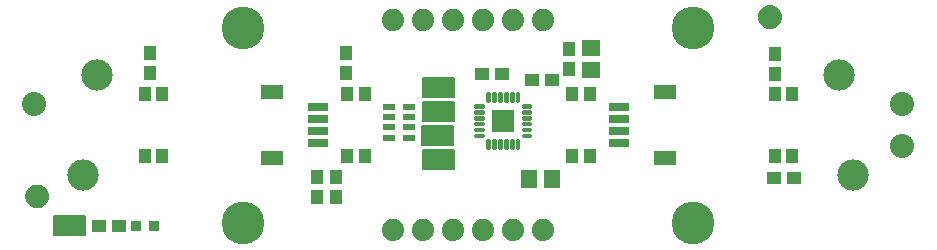
<source format=gbr>
G04 EAGLE Gerber RS-274X export*
G75*
%MOMM*%
%FSLAX34Y34*%
%LPD*%
%INSoldermask Top*%
%IPPOS*%
%AMOC8*
5,1,8,0,0,1.08239X$1,22.5*%
G01*
%ADD10R,1.001600X1.301600*%
%ADD11R,1.101600X1.176600*%
%ADD12R,1.341600X1.601600*%
%ADD13R,1.601600X1.341600*%
%ADD14R,1.176600X1.101600*%
%ADD15C,1.879600*%
%ADD16C,3.617600*%
%ADD17R,1.651600X0.701600*%
%ADD18R,1.901600X1.301600*%
%ADD19C,1.101600*%
%ADD20C,0.469900*%
%ADD21R,0.901600X0.901600*%
%ADD22C,2.651600*%
%ADD23C,2.032000*%
%ADD24C,0.240406*%
%ADD25R,1.879600X1.879600*%
%ADD26R,1.001600X0.551600*%

G36*
X-12582Y22876D02*
X-12582Y22876D01*
X-12463Y22883D01*
X-12425Y22896D01*
X-12384Y22901D01*
X-12274Y22944D01*
X-12161Y22981D01*
X-12126Y23003D01*
X-12089Y23018D01*
X-11993Y23088D01*
X-11892Y23151D01*
X-11864Y23181D01*
X-11831Y23204D01*
X-11756Y23296D01*
X-11674Y23383D01*
X-11654Y23418D01*
X-11629Y23449D01*
X-11578Y23557D01*
X-11520Y23661D01*
X-11510Y23701D01*
X-11493Y23737D01*
X-11471Y23854D01*
X-11441Y23969D01*
X-11437Y24030D01*
X-11433Y24050D01*
X-11435Y24070D01*
X-11431Y24130D01*
X-11431Y39370D01*
X-11446Y39488D01*
X-11453Y39607D01*
X-11466Y39645D01*
X-11471Y39686D01*
X-11514Y39796D01*
X-11551Y39909D01*
X-11573Y39944D01*
X-11588Y39981D01*
X-11658Y40077D01*
X-11721Y40178D01*
X-11751Y40206D01*
X-11774Y40239D01*
X-11866Y40315D01*
X-11953Y40396D01*
X-11988Y40416D01*
X-12019Y40441D01*
X-12127Y40492D01*
X-12231Y40550D01*
X-12271Y40560D01*
X-12307Y40577D01*
X-12424Y40599D01*
X-12539Y40629D01*
X-12600Y40633D01*
X-12620Y40637D01*
X-12640Y40635D01*
X-12700Y40639D01*
X-38100Y40639D01*
X-38218Y40624D01*
X-38337Y40617D01*
X-38375Y40604D01*
X-38416Y40599D01*
X-38526Y40556D01*
X-38639Y40519D01*
X-38674Y40497D01*
X-38711Y40482D01*
X-38807Y40413D01*
X-38908Y40349D01*
X-38936Y40319D01*
X-38969Y40296D01*
X-39045Y40204D01*
X-39126Y40117D01*
X-39146Y40082D01*
X-39171Y40051D01*
X-39222Y39943D01*
X-39280Y39839D01*
X-39290Y39799D01*
X-39307Y39763D01*
X-39329Y39646D01*
X-39359Y39531D01*
X-39363Y39471D01*
X-39367Y39451D01*
X-39366Y39444D01*
X-39367Y39442D01*
X-39366Y39426D01*
X-39369Y39370D01*
X-39369Y24130D01*
X-39354Y24012D01*
X-39347Y23893D01*
X-39334Y23855D01*
X-39329Y23814D01*
X-39286Y23704D01*
X-39249Y23591D01*
X-39227Y23556D01*
X-39212Y23519D01*
X-39143Y23423D01*
X-39079Y23322D01*
X-39049Y23294D01*
X-39026Y23261D01*
X-38934Y23186D01*
X-38847Y23104D01*
X-38812Y23084D01*
X-38781Y23059D01*
X-38673Y23008D01*
X-38569Y22950D01*
X-38529Y22940D01*
X-38493Y22923D01*
X-38376Y22901D01*
X-38261Y22871D01*
X-38201Y22867D01*
X-38181Y22863D01*
X-38160Y22865D01*
X-38100Y22861D01*
X-12700Y22861D01*
X-12582Y22876D01*
G37*
G36*
X-12582Y2556D02*
X-12582Y2556D01*
X-12463Y2563D01*
X-12425Y2576D01*
X-12384Y2581D01*
X-12274Y2624D01*
X-12161Y2661D01*
X-12126Y2683D01*
X-12089Y2698D01*
X-11993Y2768D01*
X-11892Y2831D01*
X-11864Y2861D01*
X-11831Y2884D01*
X-11756Y2976D01*
X-11674Y3063D01*
X-11654Y3098D01*
X-11629Y3129D01*
X-11578Y3237D01*
X-11520Y3341D01*
X-11510Y3381D01*
X-11493Y3417D01*
X-11471Y3534D01*
X-11441Y3649D01*
X-11437Y3710D01*
X-11433Y3730D01*
X-11435Y3750D01*
X-11431Y3810D01*
X-11431Y19050D01*
X-11446Y19168D01*
X-11453Y19287D01*
X-11466Y19325D01*
X-11471Y19366D01*
X-11514Y19476D01*
X-11551Y19589D01*
X-11573Y19624D01*
X-11588Y19661D01*
X-11658Y19757D01*
X-11721Y19858D01*
X-11751Y19886D01*
X-11774Y19919D01*
X-11866Y19995D01*
X-11953Y20076D01*
X-11988Y20096D01*
X-12019Y20121D01*
X-12127Y20172D01*
X-12231Y20230D01*
X-12271Y20240D01*
X-12307Y20257D01*
X-12424Y20279D01*
X-12539Y20309D01*
X-12600Y20313D01*
X-12620Y20317D01*
X-12640Y20315D01*
X-12700Y20319D01*
X-38100Y20319D01*
X-38218Y20304D01*
X-38337Y20297D01*
X-38375Y20284D01*
X-38416Y20279D01*
X-38526Y20236D01*
X-38639Y20199D01*
X-38674Y20177D01*
X-38711Y20162D01*
X-38807Y20093D01*
X-38908Y20029D01*
X-38936Y19999D01*
X-38969Y19976D01*
X-39045Y19884D01*
X-39126Y19797D01*
X-39146Y19762D01*
X-39171Y19731D01*
X-39222Y19623D01*
X-39280Y19519D01*
X-39290Y19479D01*
X-39307Y19443D01*
X-39329Y19326D01*
X-39359Y19211D01*
X-39363Y19151D01*
X-39367Y19131D01*
X-39366Y19124D01*
X-39367Y19122D01*
X-39366Y19106D01*
X-39369Y19050D01*
X-39369Y3810D01*
X-39354Y3692D01*
X-39347Y3573D01*
X-39334Y3535D01*
X-39329Y3494D01*
X-39286Y3384D01*
X-39249Y3271D01*
X-39227Y3236D01*
X-39212Y3199D01*
X-39143Y3103D01*
X-39079Y3002D01*
X-39049Y2974D01*
X-39026Y2941D01*
X-38934Y2866D01*
X-38847Y2784D01*
X-38812Y2764D01*
X-38781Y2739D01*
X-38673Y2688D01*
X-38569Y2630D01*
X-38529Y2620D01*
X-38493Y2603D01*
X-38376Y2581D01*
X-38261Y2551D01*
X-38201Y2547D01*
X-38181Y2543D01*
X-38160Y2545D01*
X-38100Y2541D01*
X-12700Y2541D01*
X-12582Y2556D01*
G37*
G36*
X-13217Y-17764D02*
X-13217Y-17764D01*
X-13098Y-17757D01*
X-13060Y-17744D01*
X-13019Y-17739D01*
X-12909Y-17696D01*
X-12796Y-17659D01*
X-12761Y-17637D01*
X-12724Y-17622D01*
X-12628Y-17553D01*
X-12527Y-17489D01*
X-12499Y-17459D01*
X-12466Y-17436D01*
X-12391Y-17344D01*
X-12309Y-17257D01*
X-12289Y-17222D01*
X-12264Y-17191D01*
X-12213Y-17083D01*
X-12155Y-16979D01*
X-12145Y-16939D01*
X-12128Y-16903D01*
X-12106Y-16786D01*
X-12076Y-16671D01*
X-12072Y-16611D01*
X-12068Y-16591D01*
X-12070Y-16570D01*
X-12066Y-16510D01*
X-12066Y-1270D01*
X-12081Y-1152D01*
X-12088Y-1033D01*
X-12101Y-995D01*
X-12106Y-954D01*
X-12149Y-844D01*
X-12186Y-731D01*
X-12208Y-696D01*
X-12223Y-659D01*
X-12293Y-563D01*
X-12356Y-462D01*
X-12386Y-434D01*
X-12409Y-401D01*
X-12501Y-326D01*
X-12588Y-244D01*
X-12623Y-224D01*
X-12654Y-199D01*
X-12762Y-148D01*
X-12866Y-90D01*
X-12906Y-80D01*
X-12942Y-63D01*
X-13059Y-41D01*
X-13174Y-11D01*
X-13235Y-7D01*
X-13255Y-3D01*
X-13275Y-5D01*
X-13335Y-1D01*
X-38735Y-1D01*
X-38853Y-16D01*
X-38972Y-23D01*
X-39010Y-36D01*
X-39051Y-41D01*
X-39161Y-84D01*
X-39274Y-121D01*
X-39309Y-143D01*
X-39346Y-158D01*
X-39442Y-228D01*
X-39543Y-291D01*
X-39571Y-321D01*
X-39604Y-344D01*
X-39680Y-436D01*
X-39761Y-523D01*
X-39781Y-558D01*
X-39806Y-589D01*
X-39857Y-697D01*
X-39915Y-801D01*
X-39925Y-841D01*
X-39942Y-877D01*
X-39964Y-994D01*
X-39994Y-1109D01*
X-39998Y-1170D01*
X-40002Y-1190D01*
X-40001Y-1196D01*
X-40002Y-1199D01*
X-40001Y-1214D01*
X-40004Y-1270D01*
X-40004Y-16510D01*
X-39989Y-16628D01*
X-39982Y-16747D01*
X-39969Y-16785D01*
X-39964Y-16826D01*
X-39921Y-16936D01*
X-39884Y-17049D01*
X-39862Y-17084D01*
X-39847Y-17121D01*
X-39778Y-17217D01*
X-39714Y-17318D01*
X-39684Y-17346D01*
X-39661Y-17379D01*
X-39569Y-17455D01*
X-39482Y-17536D01*
X-39447Y-17556D01*
X-39416Y-17581D01*
X-39308Y-17632D01*
X-39204Y-17690D01*
X-39164Y-17700D01*
X-39128Y-17717D01*
X-39011Y-17739D01*
X-38896Y-17769D01*
X-38836Y-17773D01*
X-38816Y-17777D01*
X-38795Y-17775D01*
X-38735Y-17779D01*
X-13335Y-17779D01*
X-13217Y-17764D01*
G37*
G36*
X-12582Y-38084D02*
X-12582Y-38084D01*
X-12463Y-38077D01*
X-12425Y-38064D01*
X-12384Y-38059D01*
X-12274Y-38016D01*
X-12161Y-37979D01*
X-12126Y-37957D01*
X-12089Y-37942D01*
X-11993Y-37873D01*
X-11892Y-37809D01*
X-11864Y-37779D01*
X-11831Y-37756D01*
X-11756Y-37664D01*
X-11674Y-37577D01*
X-11654Y-37542D01*
X-11629Y-37511D01*
X-11578Y-37403D01*
X-11520Y-37299D01*
X-11510Y-37259D01*
X-11493Y-37223D01*
X-11471Y-37106D01*
X-11441Y-36991D01*
X-11437Y-36931D01*
X-11433Y-36911D01*
X-11435Y-36890D01*
X-11431Y-36830D01*
X-11431Y-21590D01*
X-11446Y-21472D01*
X-11453Y-21353D01*
X-11466Y-21315D01*
X-11471Y-21274D01*
X-11514Y-21164D01*
X-11551Y-21051D01*
X-11573Y-21016D01*
X-11588Y-20979D01*
X-11658Y-20883D01*
X-11721Y-20782D01*
X-11751Y-20754D01*
X-11774Y-20721D01*
X-11866Y-20646D01*
X-11953Y-20564D01*
X-11988Y-20544D01*
X-12019Y-20519D01*
X-12127Y-20468D01*
X-12231Y-20410D01*
X-12271Y-20400D01*
X-12307Y-20383D01*
X-12424Y-20361D01*
X-12539Y-20331D01*
X-12600Y-20327D01*
X-12620Y-20323D01*
X-12640Y-20325D01*
X-12700Y-20321D01*
X-38100Y-20321D01*
X-38218Y-20336D01*
X-38337Y-20343D01*
X-38375Y-20356D01*
X-38416Y-20361D01*
X-38526Y-20404D01*
X-38639Y-20441D01*
X-38674Y-20463D01*
X-38711Y-20478D01*
X-38807Y-20548D01*
X-38908Y-20611D01*
X-38936Y-20641D01*
X-38969Y-20664D01*
X-39045Y-20756D01*
X-39126Y-20843D01*
X-39146Y-20878D01*
X-39171Y-20909D01*
X-39222Y-21017D01*
X-39280Y-21121D01*
X-39290Y-21161D01*
X-39307Y-21197D01*
X-39329Y-21314D01*
X-39359Y-21429D01*
X-39363Y-21490D01*
X-39367Y-21510D01*
X-39366Y-21516D01*
X-39367Y-21519D01*
X-39366Y-21534D01*
X-39369Y-21590D01*
X-39369Y-36830D01*
X-39354Y-36948D01*
X-39347Y-37067D01*
X-39334Y-37105D01*
X-39329Y-37146D01*
X-39286Y-37256D01*
X-39249Y-37369D01*
X-39227Y-37404D01*
X-39212Y-37441D01*
X-39143Y-37537D01*
X-39079Y-37638D01*
X-39049Y-37666D01*
X-39026Y-37699D01*
X-38934Y-37775D01*
X-38847Y-37856D01*
X-38812Y-37876D01*
X-38781Y-37901D01*
X-38673Y-37952D01*
X-38569Y-38010D01*
X-38529Y-38020D01*
X-38493Y-38037D01*
X-38376Y-38059D01*
X-38261Y-38089D01*
X-38201Y-38093D01*
X-38181Y-38097D01*
X-38160Y-38095D01*
X-38100Y-38099D01*
X-12700Y-38099D01*
X-12582Y-38084D01*
G37*
G36*
X-325002Y-93964D02*
X-325002Y-93964D01*
X-324883Y-93957D01*
X-324845Y-93944D01*
X-324804Y-93939D01*
X-324694Y-93896D01*
X-324581Y-93859D01*
X-324546Y-93837D01*
X-324509Y-93822D01*
X-324413Y-93753D01*
X-324312Y-93689D01*
X-324284Y-93659D01*
X-324251Y-93636D01*
X-324176Y-93544D01*
X-324094Y-93457D01*
X-324074Y-93422D01*
X-324049Y-93391D01*
X-323998Y-93283D01*
X-323940Y-93179D01*
X-323930Y-93139D01*
X-323913Y-93103D01*
X-323891Y-92986D01*
X-323861Y-92871D01*
X-323857Y-92811D01*
X-323853Y-92791D01*
X-323855Y-92770D01*
X-323851Y-92710D01*
X-323851Y-77470D01*
X-323866Y-77352D01*
X-323873Y-77233D01*
X-323886Y-77195D01*
X-323891Y-77154D01*
X-323934Y-77044D01*
X-323971Y-76931D01*
X-323993Y-76896D01*
X-324008Y-76859D01*
X-324078Y-76763D01*
X-324141Y-76662D01*
X-324171Y-76634D01*
X-324194Y-76601D01*
X-324286Y-76526D01*
X-324373Y-76444D01*
X-324408Y-76424D01*
X-324439Y-76399D01*
X-324547Y-76348D01*
X-324651Y-76290D01*
X-324691Y-76280D01*
X-324727Y-76263D01*
X-324844Y-76241D01*
X-324959Y-76211D01*
X-325020Y-76207D01*
X-325040Y-76203D01*
X-325060Y-76205D01*
X-325120Y-76201D01*
X-350520Y-76201D01*
X-350638Y-76216D01*
X-350757Y-76223D01*
X-350795Y-76236D01*
X-350836Y-76241D01*
X-350946Y-76284D01*
X-351059Y-76321D01*
X-351094Y-76343D01*
X-351131Y-76358D01*
X-351227Y-76428D01*
X-351328Y-76491D01*
X-351356Y-76521D01*
X-351389Y-76544D01*
X-351465Y-76636D01*
X-351546Y-76723D01*
X-351566Y-76758D01*
X-351591Y-76789D01*
X-351642Y-76897D01*
X-351700Y-77001D01*
X-351710Y-77041D01*
X-351727Y-77077D01*
X-351749Y-77194D01*
X-351779Y-77309D01*
X-351783Y-77370D01*
X-351787Y-77390D01*
X-351786Y-77396D01*
X-351787Y-77399D01*
X-351786Y-77414D01*
X-351789Y-77470D01*
X-351789Y-92710D01*
X-351774Y-92828D01*
X-351767Y-92947D01*
X-351754Y-92985D01*
X-351749Y-93026D01*
X-351706Y-93136D01*
X-351669Y-93249D01*
X-351647Y-93284D01*
X-351632Y-93321D01*
X-351563Y-93417D01*
X-351499Y-93518D01*
X-351469Y-93546D01*
X-351446Y-93579D01*
X-351354Y-93655D01*
X-351267Y-93736D01*
X-351232Y-93756D01*
X-351201Y-93781D01*
X-351093Y-93832D01*
X-350989Y-93890D01*
X-350949Y-93900D01*
X-350913Y-93917D01*
X-350796Y-93939D01*
X-350681Y-93969D01*
X-350621Y-93973D01*
X-350601Y-93977D01*
X-350580Y-93975D01*
X-350520Y-93979D01*
X-325120Y-93979D01*
X-325002Y-93964D01*
G37*
D10*
X259200Y26500D03*
X274200Y26500D03*
X259200Y-26500D03*
X274200Y-26500D03*
D11*
X-269875Y44205D03*
X-269875Y61205D03*
D12*
X70460Y-45720D03*
X51460Y-45720D03*
D13*
X103505Y46380D03*
X103505Y65380D03*
D14*
X28185Y43180D03*
X11185Y43180D03*
D15*
X63500Y-88900D03*
X38100Y-88900D03*
X12700Y-88900D03*
X-12700Y-88900D03*
X-38100Y-88900D03*
X-63500Y-88900D03*
D16*
X190500Y82550D03*
X-190500Y82550D03*
D17*
X-127260Y5000D03*
X-127260Y-5000D03*
X-127260Y15000D03*
X-127260Y-15000D03*
D18*
X-166260Y28000D03*
X-166260Y-28000D03*
D17*
X127260Y-5000D03*
X127260Y5000D03*
X127260Y-15000D03*
X127260Y15000D03*
D18*
X166260Y-28000D03*
X166260Y28000D03*
D19*
X255270Y91440D03*
D20*
X255270Y98940D02*
X255089Y98938D01*
X254908Y98931D01*
X254727Y98920D01*
X254546Y98905D01*
X254366Y98885D01*
X254186Y98861D01*
X254007Y98833D01*
X253829Y98800D01*
X253652Y98763D01*
X253475Y98722D01*
X253300Y98677D01*
X253125Y98627D01*
X252952Y98573D01*
X252781Y98515D01*
X252610Y98453D01*
X252442Y98386D01*
X252275Y98316D01*
X252109Y98242D01*
X251946Y98163D01*
X251785Y98081D01*
X251625Y97995D01*
X251468Y97905D01*
X251313Y97811D01*
X251160Y97714D01*
X251010Y97612D01*
X250862Y97508D01*
X250716Y97399D01*
X250574Y97288D01*
X250434Y97172D01*
X250297Y97054D01*
X250162Y96932D01*
X250031Y96807D01*
X249903Y96679D01*
X249778Y96548D01*
X249656Y96413D01*
X249538Y96276D01*
X249422Y96136D01*
X249311Y95994D01*
X249202Y95848D01*
X249098Y95700D01*
X248996Y95550D01*
X248899Y95397D01*
X248805Y95242D01*
X248715Y95085D01*
X248629Y94925D01*
X248547Y94764D01*
X248468Y94601D01*
X248394Y94435D01*
X248324Y94268D01*
X248257Y94100D01*
X248195Y93929D01*
X248137Y93758D01*
X248083Y93585D01*
X248033Y93410D01*
X247988Y93235D01*
X247947Y93058D01*
X247910Y92881D01*
X247877Y92703D01*
X247849Y92524D01*
X247825Y92344D01*
X247805Y92164D01*
X247790Y91983D01*
X247779Y91802D01*
X247772Y91621D01*
X247770Y91440D01*
X255270Y98940D02*
X255451Y98938D01*
X255632Y98931D01*
X255813Y98920D01*
X255994Y98905D01*
X256174Y98885D01*
X256354Y98861D01*
X256533Y98833D01*
X256711Y98800D01*
X256888Y98763D01*
X257065Y98722D01*
X257240Y98677D01*
X257415Y98627D01*
X257588Y98573D01*
X257759Y98515D01*
X257930Y98453D01*
X258098Y98386D01*
X258265Y98316D01*
X258431Y98242D01*
X258594Y98163D01*
X258755Y98081D01*
X258915Y97995D01*
X259072Y97905D01*
X259227Y97811D01*
X259380Y97714D01*
X259530Y97612D01*
X259678Y97508D01*
X259824Y97399D01*
X259966Y97288D01*
X260106Y97172D01*
X260243Y97054D01*
X260378Y96932D01*
X260509Y96807D01*
X260637Y96679D01*
X260762Y96548D01*
X260884Y96413D01*
X261002Y96276D01*
X261118Y96136D01*
X261229Y95994D01*
X261338Y95848D01*
X261442Y95700D01*
X261544Y95550D01*
X261641Y95397D01*
X261735Y95242D01*
X261825Y95085D01*
X261911Y94925D01*
X261993Y94764D01*
X262072Y94601D01*
X262146Y94435D01*
X262216Y94268D01*
X262283Y94100D01*
X262345Y93929D01*
X262403Y93758D01*
X262457Y93585D01*
X262507Y93410D01*
X262552Y93235D01*
X262593Y93058D01*
X262630Y92881D01*
X262663Y92703D01*
X262691Y92524D01*
X262715Y92344D01*
X262735Y92164D01*
X262750Y91983D01*
X262761Y91802D01*
X262768Y91621D01*
X262770Y91440D01*
X262768Y91259D01*
X262761Y91078D01*
X262750Y90897D01*
X262735Y90716D01*
X262715Y90536D01*
X262691Y90356D01*
X262663Y90177D01*
X262630Y89999D01*
X262593Y89822D01*
X262552Y89645D01*
X262507Y89470D01*
X262457Y89295D01*
X262403Y89122D01*
X262345Y88951D01*
X262283Y88780D01*
X262216Y88612D01*
X262146Y88445D01*
X262072Y88279D01*
X261993Y88116D01*
X261911Y87955D01*
X261825Y87795D01*
X261735Y87638D01*
X261641Y87483D01*
X261544Y87330D01*
X261442Y87180D01*
X261338Y87032D01*
X261229Y86886D01*
X261118Y86744D01*
X261002Y86604D01*
X260884Y86467D01*
X260762Y86332D01*
X260637Y86201D01*
X260509Y86073D01*
X260378Y85948D01*
X260243Y85826D01*
X260106Y85708D01*
X259966Y85592D01*
X259824Y85481D01*
X259678Y85372D01*
X259530Y85268D01*
X259380Y85166D01*
X259227Y85069D01*
X259072Y84975D01*
X258915Y84885D01*
X258755Y84799D01*
X258594Y84717D01*
X258431Y84638D01*
X258265Y84564D01*
X258098Y84494D01*
X257930Y84427D01*
X257759Y84365D01*
X257588Y84307D01*
X257415Y84253D01*
X257240Y84203D01*
X257065Y84158D01*
X256888Y84117D01*
X256711Y84080D01*
X256533Y84047D01*
X256354Y84019D01*
X256174Y83995D01*
X255994Y83975D01*
X255813Y83960D01*
X255632Y83949D01*
X255451Y83942D01*
X255270Y83940D01*
X255089Y83942D01*
X254908Y83949D01*
X254727Y83960D01*
X254546Y83975D01*
X254366Y83995D01*
X254186Y84019D01*
X254007Y84047D01*
X253829Y84080D01*
X253652Y84117D01*
X253475Y84158D01*
X253300Y84203D01*
X253125Y84253D01*
X252952Y84307D01*
X252781Y84365D01*
X252610Y84427D01*
X252442Y84494D01*
X252275Y84564D01*
X252109Y84638D01*
X251946Y84717D01*
X251785Y84799D01*
X251625Y84885D01*
X251468Y84975D01*
X251313Y85069D01*
X251160Y85166D01*
X251010Y85268D01*
X250862Y85372D01*
X250716Y85481D01*
X250574Y85592D01*
X250434Y85708D01*
X250297Y85826D01*
X250162Y85948D01*
X250031Y86073D01*
X249903Y86201D01*
X249778Y86332D01*
X249656Y86467D01*
X249538Y86604D01*
X249422Y86744D01*
X249311Y86886D01*
X249202Y87032D01*
X249098Y87180D01*
X248996Y87330D01*
X248899Y87483D01*
X248805Y87638D01*
X248715Y87795D01*
X248629Y87955D01*
X248547Y88116D01*
X248468Y88279D01*
X248394Y88445D01*
X248324Y88612D01*
X248257Y88780D01*
X248195Y88951D01*
X248137Y89122D01*
X248083Y89295D01*
X248033Y89470D01*
X247988Y89645D01*
X247947Y89822D01*
X247910Y89999D01*
X247877Y90177D01*
X247849Y90356D01*
X247825Y90536D01*
X247805Y90716D01*
X247790Y90897D01*
X247779Y91078D01*
X247772Y91259D01*
X247770Y91440D01*
D19*
X-365125Y-60325D03*
D20*
X-365125Y-52825D02*
X-365306Y-52827D01*
X-365487Y-52834D01*
X-365668Y-52845D01*
X-365849Y-52860D01*
X-366029Y-52880D01*
X-366209Y-52904D01*
X-366388Y-52932D01*
X-366566Y-52965D01*
X-366743Y-53002D01*
X-366920Y-53043D01*
X-367095Y-53088D01*
X-367270Y-53138D01*
X-367443Y-53192D01*
X-367614Y-53250D01*
X-367785Y-53312D01*
X-367953Y-53379D01*
X-368120Y-53449D01*
X-368286Y-53523D01*
X-368449Y-53602D01*
X-368610Y-53684D01*
X-368770Y-53770D01*
X-368927Y-53860D01*
X-369082Y-53954D01*
X-369235Y-54051D01*
X-369385Y-54153D01*
X-369533Y-54257D01*
X-369679Y-54366D01*
X-369821Y-54477D01*
X-369961Y-54593D01*
X-370098Y-54711D01*
X-370233Y-54833D01*
X-370364Y-54958D01*
X-370492Y-55086D01*
X-370617Y-55217D01*
X-370739Y-55352D01*
X-370857Y-55489D01*
X-370973Y-55629D01*
X-371084Y-55771D01*
X-371193Y-55917D01*
X-371297Y-56065D01*
X-371399Y-56215D01*
X-371496Y-56368D01*
X-371590Y-56523D01*
X-371680Y-56680D01*
X-371766Y-56840D01*
X-371848Y-57001D01*
X-371927Y-57164D01*
X-372001Y-57330D01*
X-372071Y-57497D01*
X-372138Y-57665D01*
X-372200Y-57836D01*
X-372258Y-58007D01*
X-372312Y-58180D01*
X-372362Y-58355D01*
X-372407Y-58530D01*
X-372448Y-58707D01*
X-372485Y-58884D01*
X-372518Y-59062D01*
X-372546Y-59241D01*
X-372570Y-59421D01*
X-372590Y-59601D01*
X-372605Y-59782D01*
X-372616Y-59963D01*
X-372623Y-60144D01*
X-372625Y-60325D01*
X-365125Y-52825D02*
X-364944Y-52827D01*
X-364763Y-52834D01*
X-364582Y-52845D01*
X-364401Y-52860D01*
X-364221Y-52880D01*
X-364041Y-52904D01*
X-363862Y-52932D01*
X-363684Y-52965D01*
X-363507Y-53002D01*
X-363330Y-53043D01*
X-363155Y-53088D01*
X-362980Y-53138D01*
X-362807Y-53192D01*
X-362636Y-53250D01*
X-362465Y-53312D01*
X-362297Y-53379D01*
X-362130Y-53449D01*
X-361964Y-53523D01*
X-361801Y-53602D01*
X-361640Y-53684D01*
X-361480Y-53770D01*
X-361323Y-53860D01*
X-361168Y-53954D01*
X-361015Y-54051D01*
X-360865Y-54153D01*
X-360717Y-54257D01*
X-360571Y-54366D01*
X-360429Y-54477D01*
X-360289Y-54593D01*
X-360152Y-54711D01*
X-360017Y-54833D01*
X-359886Y-54958D01*
X-359758Y-55086D01*
X-359633Y-55217D01*
X-359511Y-55352D01*
X-359393Y-55489D01*
X-359277Y-55629D01*
X-359166Y-55771D01*
X-359057Y-55917D01*
X-358953Y-56065D01*
X-358851Y-56215D01*
X-358754Y-56368D01*
X-358660Y-56523D01*
X-358570Y-56680D01*
X-358484Y-56840D01*
X-358402Y-57001D01*
X-358323Y-57164D01*
X-358249Y-57330D01*
X-358179Y-57497D01*
X-358112Y-57665D01*
X-358050Y-57836D01*
X-357992Y-58007D01*
X-357938Y-58180D01*
X-357888Y-58355D01*
X-357843Y-58530D01*
X-357802Y-58707D01*
X-357765Y-58884D01*
X-357732Y-59062D01*
X-357704Y-59241D01*
X-357680Y-59421D01*
X-357660Y-59601D01*
X-357645Y-59782D01*
X-357634Y-59963D01*
X-357627Y-60144D01*
X-357625Y-60325D01*
X-357627Y-60506D01*
X-357634Y-60687D01*
X-357645Y-60868D01*
X-357660Y-61049D01*
X-357680Y-61229D01*
X-357704Y-61409D01*
X-357732Y-61588D01*
X-357765Y-61766D01*
X-357802Y-61943D01*
X-357843Y-62120D01*
X-357888Y-62295D01*
X-357938Y-62470D01*
X-357992Y-62643D01*
X-358050Y-62814D01*
X-358112Y-62985D01*
X-358179Y-63153D01*
X-358249Y-63320D01*
X-358323Y-63486D01*
X-358402Y-63649D01*
X-358484Y-63810D01*
X-358570Y-63970D01*
X-358660Y-64127D01*
X-358754Y-64282D01*
X-358851Y-64435D01*
X-358953Y-64585D01*
X-359057Y-64733D01*
X-359166Y-64879D01*
X-359277Y-65021D01*
X-359393Y-65161D01*
X-359511Y-65298D01*
X-359633Y-65433D01*
X-359758Y-65564D01*
X-359886Y-65692D01*
X-360017Y-65817D01*
X-360152Y-65939D01*
X-360289Y-66057D01*
X-360429Y-66173D01*
X-360571Y-66284D01*
X-360717Y-66393D01*
X-360865Y-66497D01*
X-361015Y-66599D01*
X-361168Y-66696D01*
X-361323Y-66790D01*
X-361480Y-66880D01*
X-361640Y-66966D01*
X-361801Y-67048D01*
X-361964Y-67127D01*
X-362130Y-67201D01*
X-362297Y-67271D01*
X-362465Y-67338D01*
X-362636Y-67400D01*
X-362807Y-67458D01*
X-362980Y-67512D01*
X-363155Y-67562D01*
X-363330Y-67607D01*
X-363507Y-67648D01*
X-363684Y-67685D01*
X-363862Y-67718D01*
X-364041Y-67746D01*
X-364221Y-67770D01*
X-364401Y-67790D01*
X-364582Y-67805D01*
X-364763Y-67816D01*
X-364944Y-67823D01*
X-365125Y-67825D01*
X-365306Y-67823D01*
X-365487Y-67816D01*
X-365668Y-67805D01*
X-365849Y-67790D01*
X-366029Y-67770D01*
X-366209Y-67746D01*
X-366388Y-67718D01*
X-366566Y-67685D01*
X-366743Y-67648D01*
X-366920Y-67607D01*
X-367095Y-67562D01*
X-367270Y-67512D01*
X-367443Y-67458D01*
X-367614Y-67400D01*
X-367785Y-67338D01*
X-367953Y-67271D01*
X-368120Y-67201D01*
X-368286Y-67127D01*
X-368449Y-67048D01*
X-368610Y-66966D01*
X-368770Y-66880D01*
X-368927Y-66790D01*
X-369082Y-66696D01*
X-369235Y-66599D01*
X-369385Y-66497D01*
X-369533Y-66393D01*
X-369679Y-66284D01*
X-369821Y-66173D01*
X-369961Y-66057D01*
X-370098Y-65939D01*
X-370233Y-65817D01*
X-370364Y-65692D01*
X-370492Y-65564D01*
X-370617Y-65433D01*
X-370739Y-65298D01*
X-370857Y-65161D01*
X-370973Y-65021D01*
X-371084Y-64879D01*
X-371193Y-64733D01*
X-371297Y-64585D01*
X-371399Y-64435D01*
X-371496Y-64282D01*
X-371590Y-64127D01*
X-371680Y-63970D01*
X-371766Y-63810D01*
X-371848Y-63649D01*
X-371927Y-63486D01*
X-372001Y-63320D01*
X-372071Y-63153D01*
X-372138Y-62985D01*
X-372200Y-62814D01*
X-372258Y-62643D01*
X-372312Y-62470D01*
X-372362Y-62295D01*
X-372407Y-62120D01*
X-372448Y-61943D01*
X-372485Y-61766D01*
X-372518Y-61588D01*
X-372546Y-61409D01*
X-372570Y-61229D01*
X-372590Y-61049D01*
X-372605Y-60868D01*
X-372616Y-60687D01*
X-372623Y-60506D01*
X-372625Y-60325D01*
D16*
X190500Y-82550D03*
X-190500Y-82550D03*
D21*
X-266185Y-85725D03*
X-281185Y-85725D03*
D14*
X-312665Y-85090D03*
X-295665Y-85090D03*
D11*
X259715Y42935D03*
X259715Y59935D03*
X-103505Y44205D03*
X-103505Y61205D03*
X85090Y47380D03*
X85090Y64380D03*
D10*
X87750Y26500D03*
X102750Y26500D03*
X87750Y-26500D03*
X102750Y-26500D03*
X-102750Y26500D03*
X-87750Y26500D03*
X-102750Y-26500D03*
X-87750Y-26500D03*
X-274200Y26500D03*
X-259200Y26500D03*
X-274200Y-26500D03*
X-259200Y-26500D03*
D14*
X53730Y38100D03*
X70730Y38100D03*
D15*
X63500Y88900D03*
X38100Y88900D03*
X12700Y88900D03*
X-12700Y88900D03*
X-38100Y88900D03*
X-63500Y88900D03*
D14*
X275835Y-44450D03*
X258835Y-44450D03*
D22*
X314000Y42500D03*
X-314000Y42500D03*
X326000Y-42500D03*
X-326000Y-42500D03*
D23*
X367500Y17500D03*
X367500Y-17500D03*
X-367500Y17500D03*
D24*
X42416Y20504D02*
X42416Y27116D01*
X42416Y20504D02*
X41004Y20504D01*
X41004Y27116D01*
X42416Y27116D01*
X42416Y22788D02*
X41004Y22788D01*
X41004Y25072D02*
X42416Y25072D01*
X37416Y27116D02*
X37416Y20504D01*
X36004Y20504D01*
X36004Y27116D01*
X37416Y27116D01*
X37416Y22788D02*
X36004Y22788D01*
X36004Y25072D02*
X37416Y25072D01*
X32416Y27116D02*
X32416Y20504D01*
X31004Y20504D01*
X31004Y27116D01*
X32416Y27116D01*
X32416Y22788D02*
X31004Y22788D01*
X31004Y25072D02*
X32416Y25072D01*
X27416Y27116D02*
X27416Y20504D01*
X26004Y20504D01*
X26004Y27116D01*
X27416Y27116D01*
X27416Y22788D02*
X26004Y22788D01*
X26004Y25072D02*
X27416Y25072D01*
X22416Y27116D02*
X22416Y20504D01*
X21004Y20504D01*
X21004Y27116D01*
X22416Y27116D01*
X22416Y22788D02*
X21004Y22788D01*
X21004Y25072D02*
X22416Y25072D01*
X17416Y27116D02*
X17416Y20504D01*
X16004Y20504D01*
X16004Y27116D01*
X17416Y27116D01*
X17416Y22788D02*
X16004Y22788D01*
X16004Y25072D02*
X17416Y25072D01*
X12516Y15604D02*
X5904Y15604D01*
X5904Y17016D01*
X12516Y17016D01*
X12516Y15604D01*
X12516Y10604D02*
X5904Y10604D01*
X5904Y12016D01*
X12516Y12016D01*
X12516Y10604D01*
X12516Y5604D02*
X5904Y5604D01*
X5904Y7016D01*
X12516Y7016D01*
X12516Y5604D01*
X12516Y604D02*
X5904Y604D01*
X5904Y2016D01*
X12516Y2016D01*
X12516Y604D01*
X12516Y-4396D02*
X5904Y-4396D01*
X5904Y-2984D01*
X12516Y-2984D01*
X12516Y-4396D01*
X12516Y-9396D02*
X5904Y-9396D01*
X5904Y-7984D01*
X12516Y-7984D01*
X12516Y-9396D01*
X16004Y-12884D02*
X16004Y-19496D01*
X16004Y-12884D02*
X17416Y-12884D01*
X17416Y-19496D01*
X16004Y-19496D01*
X16004Y-17212D02*
X17416Y-17212D01*
X17416Y-14928D02*
X16004Y-14928D01*
X21004Y-12884D02*
X21004Y-19496D01*
X21004Y-12884D02*
X22416Y-12884D01*
X22416Y-19496D01*
X21004Y-19496D01*
X21004Y-17212D02*
X22416Y-17212D01*
X22416Y-14928D02*
X21004Y-14928D01*
X26004Y-12884D02*
X26004Y-19496D01*
X26004Y-12884D02*
X27416Y-12884D01*
X27416Y-19496D01*
X26004Y-19496D01*
X26004Y-17212D02*
X27416Y-17212D01*
X27416Y-14928D02*
X26004Y-14928D01*
X31004Y-12884D02*
X31004Y-19496D01*
X31004Y-12884D02*
X32416Y-12884D01*
X32416Y-19496D01*
X31004Y-19496D01*
X31004Y-17212D02*
X32416Y-17212D01*
X32416Y-14928D02*
X31004Y-14928D01*
X36004Y-12884D02*
X36004Y-19496D01*
X36004Y-12884D02*
X37416Y-12884D01*
X37416Y-19496D01*
X36004Y-19496D01*
X36004Y-17212D02*
X37416Y-17212D01*
X37416Y-14928D02*
X36004Y-14928D01*
X41004Y-12884D02*
X41004Y-19496D01*
X41004Y-12884D02*
X42416Y-12884D01*
X42416Y-19496D01*
X41004Y-19496D01*
X41004Y-17212D02*
X42416Y-17212D01*
X42416Y-14928D02*
X41004Y-14928D01*
X45904Y-7984D02*
X52516Y-7984D01*
X52516Y-9396D01*
X45904Y-9396D01*
X45904Y-7984D01*
X45904Y-2984D02*
X52516Y-2984D01*
X52516Y-4396D01*
X45904Y-4396D01*
X45904Y-2984D01*
X45904Y2016D02*
X52516Y2016D01*
X52516Y604D01*
X45904Y604D01*
X45904Y2016D01*
X45904Y7016D02*
X52516Y7016D01*
X52516Y5604D01*
X45904Y5604D01*
X45904Y7016D01*
X45904Y12016D02*
X52516Y12016D01*
X52516Y10604D01*
X45904Y10604D01*
X45904Y12016D01*
X45904Y17016D02*
X52516Y17016D01*
X52516Y15604D01*
X45904Y15604D01*
X45904Y17016D01*
D25*
X29210Y3810D03*
D11*
X-128270Y-60570D03*
X-128270Y-43570D03*
X-111760Y-60570D03*
X-111760Y-43570D03*
D26*
X-66920Y-10460D03*
X-49920Y-10460D03*
X-66920Y-1460D03*
X-66920Y6540D03*
X-66920Y15540D03*
X-49920Y15540D03*
X-49920Y-1460D03*
X-49920Y6540D03*
M02*

</source>
